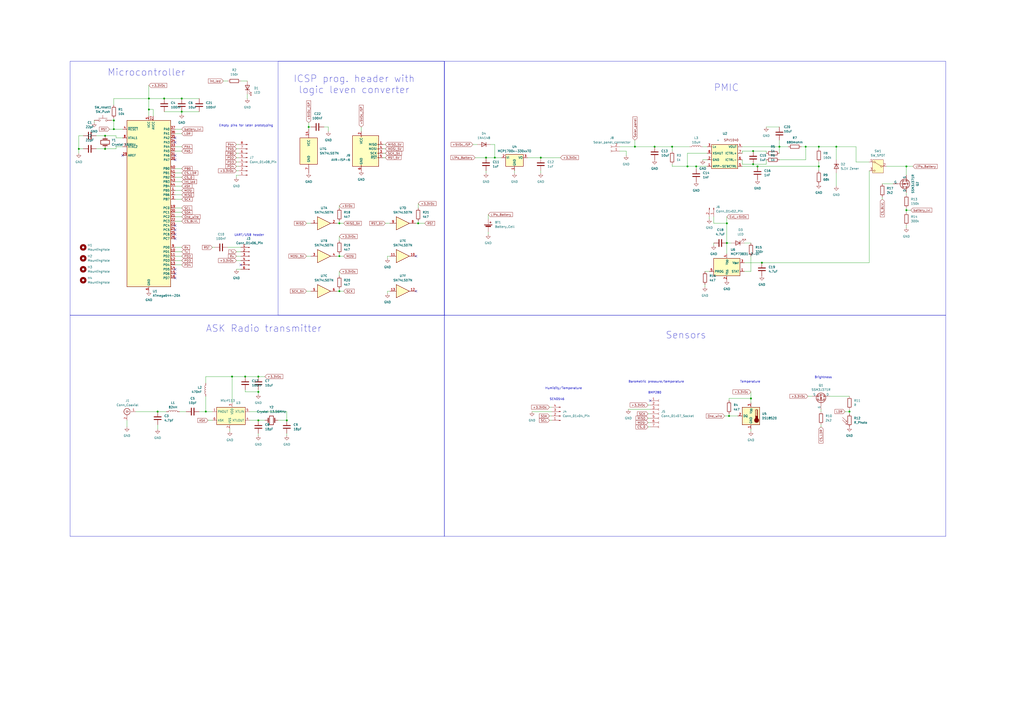
<source format=kicad_sch>
(kicad_sch (version 20231120) (generator "eeschema") (generator_version "8.0")
  (paper "A2")
  (title_block (date "2024-11-11") (company "Axel Söderberg"))
  (junction (at 119.38 238.76))
  (junction (at 313.69 91.44))
  (junction (at 287.02 91.44))
  (junction (at 134.62 218.44))
  (junction (at 149.86 227.33))
  (junction (at 435.61 231.14))
  (junction (at 403.86 96.52))
  (junction (at 492.76 238.76))
  (junction (at 422.91 241.3))
  (junction (at 379.73 85.09))
  (junction (at 60.96 86.36))
  (junction (at 436.88 95.25))
  (junction (at 421.64 140.97))
  (junction (at 525.78 96.52))
  (junction (at 196.85 168.91))
  (junction (at 45.72 86.36))
  (junction (at 166.37 243.84))
  (junction (at 86.36 63.5))
  (junction (at 474.98 96.52))
  (junction (at 421.64 129.54))
  (junction (at 95.25 57.15))
  (junction (at 452.12 85.09))
  (junction (at 467.36 85.09))
  (junction (at 196.85 129.54))
  (junction (at 436.88 87.63))
  (junction (at 149.86 218.44))
  (junction (at 86.36 57.15))
  (junction (at 91.44 238.76))
  (junction (at 389.89 85.09))
  (junction (at 105.41 64.77))
  (junction (at 196.85 148.59))
  (junction (at 66.04 69.85))
  (junction (at 281.94 91.44))
  (junction (at 368.3 85.09))
  (junction (at 242.57 129.54))
  (junction (at 149.86 243.84))
  (junction (at 142.24 218.44))
  (junction (at 179.07 73.66))
  (junction (at 485.14 85.09))
  (junction (at 441.96 152.4))
  (junction (at 474.98 85.09))
  (junction (at 439.42 96.52))
  (junction (at 398.78 96.52))
  (junction (at 66.04 74.93))
  (junction (at 525.78 121.92))
  (junction (at 60.96 78.74))
  (junction (at 105.41 57.15))
  (no_connect (at 101.6 138.43))
  (no_connect (at 139.7 153.67))
  (no_connect (at 101.6 130.81))
  (no_connect (at 241.3 168.91))
  (no_connect (at 101.6 135.89))
  (no_connect (at 241.3 148.59))
  (no_connect (at 71.12 90.17))
  (no_connect (at 101.6 156.21))
  (no_connect (at 377.19 232.41))
  (no_connect (at 101.6 161.29))
  (no_connect (at 101.6 82.55))
  (no_connect (at 101.6 80.01))
  (no_connect (at 101.6 90.17))
  (no_connect (at 101.6 158.75))
  (no_connect (at 101.6 133.35))
  (no_connect (at 101.6 92.71))
  (wire (pts (xy 242.57 129.54) (xy 246.38 129.54)))
  (wire (pts (xy 101.6 151.13) (xy 105.41 151.13)))
  (wire (pts (xy 115.57 238.76) (xy 119.38 238.76)))
  (wire (pts (xy 452.12 81.28) (xy 452.12 85.09)))
  (wire (pts (xy 359.41 85.09) (xy 368.3 85.09)))
  (wire (pts (xy 101.6 128.27) (xy 105.41 128.27)))
  (wire (pts (xy 66.04 57.15) (xy 86.36 57.15)))
  (wire (pts (xy 308.61 238.76) (xy 320.04 238.76)))
  (wire (pts (xy 105.41 64.77) (xy 115.57 64.77)))
  (wire (pts (xy 86.36 49.53) (xy 86.36 57.15)))
  (wire (pts (xy 129.54 46.99) (xy 132.08 46.99)))
  (wire (pts (xy 430.53 92.71) (xy 430.53 95.25)))
  (wire (pts (xy 45.72 78.74) (xy 48.26 78.74)))
  (wire (pts (xy 514.35 96.52) (xy 525.78 96.52)))
  (wire (pts (xy 177.8 168.91) (xy 180.34 168.91)))
  (wire (pts (xy 226.06 148.59) (xy 224.79 148.59)))
  (wire (pts (xy 105.41 143.51) (xy 101.6 143.51)))
  (wire (pts (xy 313.69 100.33) (xy 313.69 99.06)))
  (wire (pts (xy 436.88 87.63) (xy 444.5 87.63)))
  (wire (pts (xy 224.79 168.91) (xy 224.79 170.18)))
  (wire (pts (xy 284.48 83.82) (xy 287.02 83.82)))
  (wire (pts (xy 467.36 92.71) (xy 467.36 85.09)))
  (wire (pts (xy 430.53 85.09) (xy 452.12 85.09)))
  (wire (pts (xy 398.78 88.9) (xy 398.78 96.52)))
  (wire (pts (xy 430.53 88.9) (xy 430.53 87.63)))
  (wire (pts (xy 452.12 85.09) (xy 457.2 85.09)))
  (wire (pts (xy 468.63 229.87) (xy 471.17 229.87)))
  (wire (pts (xy 375.92 242.57) (xy 377.19 242.57)))
  (wire (pts (xy 379.73 85.09) (xy 389.89 85.09)))
  (wire (pts (xy 166.37 238.76) (xy 166.37 243.84)))
  (wire (pts (xy 119.38 218.44) (xy 134.62 218.44)))
  (wire (pts (xy 222.25 88.9) (xy 223.52 88.9)))
  (wire (pts (xy 123.19 143.51) (xy 124.46 143.51)))
  (wire (pts (xy 71.12 80.01) (xy 67.31 80.01)))
  (wire (pts (xy 209.55 73.66) (xy 209.55 76.2)))
  (wire (pts (xy 66.04 74.93) (xy 71.12 74.93)))
  (wire (pts (xy 105.41 110.49) (xy 101.6 110.49)))
  (wire (pts (xy 436.88 95.25) (xy 444.5 95.25)))
  (wire (pts (xy 441.96 152.4) (xy 504.19 152.4)))
  (wire (pts (xy 105.41 125.73) (xy 101.6 125.73)))
  (wire (pts (xy 414.02 125.73) (xy 414.02 129.54)))
  (wire (pts (xy 101.6 100.33) (xy 105.41 100.33)))
  (wire (pts (xy 410.21 92.71) (xy 407.67 92.71)))
  (wire (pts (xy 195.58 129.54) (xy 196.85 129.54)))
  (wire (pts (xy 137.16 148.59) (xy 139.7 148.59)))
  (wire (pts (xy 276.86 83.82) (xy 274.32 83.82)))
  (wire (pts (xy 398.78 96.52) (xy 403.86 96.52)))
  (wire (pts (xy 474.98 96.52) (xy 474.98 99.06)))
  (wire (pts (xy 137.16 91.44) (xy 138.43 91.44)))
  (wire (pts (xy 242.57 118.11) (xy 242.57 120.65)))
  (wire (pts (xy 60.96 78.74) (xy 67.31 78.74)))
  (wire (pts (xy 375.92 234.95) (xy 377.19 234.95)))
  (wire (pts (xy 101.6 120.65) (xy 105.41 120.65)))
  (wire (pts (xy 408.94 157.48) (xy 411.48 157.48)))
  (wire (pts (xy 64.77 69.85) (xy 66.04 69.85)))
  (wire (pts (xy 86.36 57.15) (xy 86.36 63.5)))
  (wire (pts (xy 137.16 96.52) (xy 138.43 96.52)))
  (wire (pts (xy 134.62 218.44) (xy 142.24 218.44)))
  (wire (pts (xy 105.41 57.15) (xy 115.57 57.15)))
  (wire (pts (xy 195.58 148.59) (xy 196.85 148.59)))
  (wire (pts (xy 101.6 97.79) (xy 105.41 97.79)))
  (wire (pts (xy 410.21 88.9) (xy 398.78 88.9)))
  (wire (pts (xy 275.59 91.44) (xy 281.94 91.44)))
  (wire (pts (xy 389.89 96.52) (xy 398.78 96.52)))
  (wire (pts (xy 439.42 96.52) (xy 474.98 96.52)))
  (wire (pts (xy 137.16 146.05) (xy 139.7 146.05)))
  (wire (pts (xy 86.36 63.5) (xy 86.36 67.31)))
  (wire (pts (xy 414.02 129.54) (xy 421.64 129.54)))
  (wire (pts (xy 525.78 111.76) (xy 525.78 113.03)))
  (wire (pts (xy 196.85 128.27) (xy 196.85 129.54)))
  (wire (pts (xy 318.77 243.84) (xy 320.04 243.84)))
  (wire (pts (xy 196.85 147.32) (xy 196.85 148.59)))
  (wire (pts (xy 133.35 250.19) (xy 133.35 248.92)))
  (wire (pts (xy 149.86 227.33) (xy 149.86 226.06)))
  (wire (pts (xy 511.81 106.68) (xy 518.16 106.68)))
  (wire (pts (xy 525.78 130.81) (xy 525.78 132.08)))
  (wire (pts (xy 67.31 85.09) (xy 71.12 85.09)))
  (wire (pts (xy 421.64 129.54) (xy 421.64 140.97)))
  (wire (pts (xy 195.58 168.91) (xy 196.85 168.91)))
  (wire (pts (xy 88.9 63.5) (xy 86.36 63.5)))
  (wire (pts (xy 132.08 143.51) (xy 139.7 143.51)))
  (wire (pts (xy 525.78 96.52) (xy 525.78 101.6)))
  (wire (pts (xy 364.49 237.49) (xy 377.19 237.49)))
  (wire (pts (xy 66.04 69.85) (xy 66.04 74.93)))
  (wire (pts (xy 403.86 96.52) (xy 410.21 96.52)))
  (wire (pts (xy 490.22 238.76) (xy 492.76 238.76)))
  (wire (pts (xy 476.25 237.49) (xy 476.25 238.76)))
  (wire (pts (xy 78.74 238.76) (xy 91.44 238.76)))
  (wire (pts (xy 144.78 243.84) (xy 149.86 243.84)))
  (wire (pts (xy 138.43 101.6) (xy 137.16 101.6)))
  (wire (pts (xy 149.86 218.44) (xy 153.67 218.44)))
  (wire (pts (xy 88.9 67.31) (xy 88.9 63.5)))
  (wire (pts (xy 430.53 96.52) (xy 439.42 96.52)))
  (wire (pts (xy 485.14 100.33) (xy 485.14 107.95)))
  (wire (pts (xy 119.38 218.44) (xy 119.38 222.25)))
  (wire (pts (xy 67.31 86.36) (xy 67.31 85.09)))
  (wire (pts (xy 187.96 73.66) (xy 190.5 73.66)))
  (wire (pts (xy 368.3 81.28) (xy 368.3 85.09)))
  (wire (pts (xy 137.16 88.9) (xy 138.43 88.9)))
  (wire (pts (xy 452.12 92.71) (xy 467.36 92.71)))
  (wire (pts (xy 474.98 93.98) (xy 474.98 96.52)))
  (wire (pts (xy 119.38 238.76) (xy 123.19 238.76)))
  (wire (pts (xy 242.57 128.27) (xy 242.57 129.54)))
  (wire (pts (xy 101.6 87.63) (xy 105.41 87.63)))
  (wire (pts (xy 359.41 87.63) (xy 363.22 87.63)))
  (wire (pts (xy 137.16 101.6) (xy 137.16 102.87)))
  (wire (pts (xy 241.3 129.54) (xy 242.57 129.54)))
  (wire (pts (xy 196.85 119.38) (xy 196.85 120.65)))
  (wire (pts (xy 101.6 107.95) (xy 105.41 107.95)))
  (wire (pts (xy 196.85 167.64) (xy 196.85 168.91)))
  (wire (pts (xy 389.89 87.63) (xy 389.89 85.09)))
  (wire (pts (xy 421.64 125.73) (xy 421.64 129.54)))
  (wire (pts (xy 525.78 121.92) (xy 525.78 123.19)))
  (wire (pts (xy 60.96 86.36) (xy 67.31 86.36)))
  (wire (pts (xy 422.91 231.14) (xy 422.91 232.41)))
  (wire (pts (xy 525.78 96.52) (xy 529.59 96.52)))
  (wire (pts (xy 67.31 80.01) (xy 67.31 78.74)))
  (wire (pts (xy 375.92 245.11) (xy 377.19 245.11)))
  (wire (pts (xy 104.14 238.76) (xy 107.95 238.76)))
  (wire (pts (xy 137.16 156.21) (xy 139.7 156.21)))
  (wire (pts (xy 45.72 78.74) (xy 45.72 86.36)))
  (wire (pts (xy 496.57 93.98) (xy 496.57 85.09)))
  (wire (pts (xy 474.98 85.09) (xy 485.14 85.09)))
  (wire (pts (xy 283.21 135.89) (xy 283.21 134.62)))
  (wire (pts (xy 105.41 105.41) (xy 101.6 105.41)))
  (wire (pts (xy 408.94 166.37) (xy 408.94 165.1)))
  (wire (pts (xy 224.79 148.59) (xy 224.79 149.86)))
  (wire (pts (xy 142.24 227.33) (xy 149.86 227.33)))
  (wire (pts (xy 137.16 151.13) (xy 139.7 151.13)))
  (wire (pts (xy 389.89 85.09) (xy 400.05 85.09)))
  (wire (pts (xy 66.04 57.15) (xy 66.04 60.96)))
  (wire (pts (xy 467.36 85.09) (xy 474.98 85.09)))
  (wire (pts (xy 318.77 236.22) (xy 320.04 236.22)))
  (wire (pts (xy 474.98 85.09) (xy 474.98 86.36)))
  (wire (pts (xy 430.53 95.25) (xy 436.88 95.25)))
  (wire (pts (xy 492.76 238.76) (xy 492.76 240.03)))
  (wire (pts (xy 298.45 100.33) (xy 298.45 99.06)))
  (wire (pts (xy 431.8 140.97) (xy 435.61 140.97)))
  (wire (pts (xy 287.02 91.44) (xy 290.83 91.44)))
  (wire (pts (xy 190.5 73.66) (xy 190.5 76.2)))
  (wire (pts (xy 435.61 227.33) (xy 435.61 231.14)))
  (wire (pts (xy 504.19 99.06) (xy 504.19 152.4)))
  (wire (pts (xy 196.85 157.48) (xy 196.85 160.02)))
  (wire (pts (xy 318.77 241.3) (xy 320.04 241.3)))
  (wire (pts (xy 452.12 88.9) (xy 452.12 85.09)))
  (wire (pts (xy 95.25 57.15) (xy 105.41 57.15)))
  (wire (pts (xy 179.07 73.66) (xy 180.34 73.66)))
  (wire (pts (xy 142.24 226.06) (xy 142.24 227.33)))
  (wire (pts (xy 91.44 238.76) (xy 96.52 238.76)))
  (wire (pts (xy 95.25 64.77) (xy 105.41 64.77)))
  (wire (pts (xy 45.72 86.36) (xy 45.72 88.9)))
  (wire (pts (xy 101.6 77.47) (xy 105.41 77.47)))
  (wire (pts (xy 149.86 228.6) (xy 149.86 227.33)))
  (wire (pts (xy 142.24 218.44) (xy 149.86 218.44)))
  (wire (pts (xy 137.16 99.06) (xy 138.43 99.06)))
  (wire (pts (xy 420.37 241.3) (xy 422.91 241.3)))
  (wire (pts (xy 105.41 74.93) (xy 101.6 74.93)))
  (wire (pts (xy 161.29 243.84) (xy 166.37 243.84)))
  (wire (pts (xy 120.65 243.84) (xy 123.19 243.84)))
  (wire (pts (xy 55.88 86.36) (xy 60.96 86.36)))
  (wire (pts (xy 444.5 95.25) (xy 444.5 92.71)))
  (wire (pts (xy 306.07 91.44) (xy 313.69 91.44)))
  (wire (pts (xy 431.8 152.4) (xy 441.96 152.4)))
  (wire (pts (xy 504.19 93.98) (xy 496.57 93.98)))
  (wire (pts (xy 368.3 85.09) (xy 379.73 85.09)))
  (wire (pts (xy 444.5 87.63) (xy 444.5 88.9)))
  (wire (pts (xy 407.67 85.09) (xy 410.21 85.09)))
  (wire (pts (xy 196.85 168.91) (xy 199.39 168.91)))
  (wire (pts (xy 281.94 91.44) (xy 287.02 91.44)))
  (wire (pts (xy 196.85 137.16) (xy 196.85 139.7)))
  (wire (pts (xy 137.16 83.82) (xy 138.43 83.82)))
  (wire (pts (xy 101.6 148.59) (xy 105.41 148.59)))
  (wire (pts (xy 281.94 100.33) (xy 281.94 99.06)))
  (wire (pts (xy 105.41 115.57) (xy 101.6 115.57)))
  (wire (pts (xy 86.36 57.15) (xy 95.25 57.15)))
  (wire (pts (xy 422.91 241.3) (xy 427.99 241.3)))
  (wire (pts (xy 363.22 87.63) (xy 363.22 90.17)))
  (wire (pts (xy 179.07 73.66) (xy 179.07 74.93)))
  (wire (pts (xy 139.7 46.99) (xy 143.51 46.99)))
  (wire (pts (xy 287.02 83.82) (xy 287.02 91.44)))
  (wire (pts (xy 435.61 250.19) (xy 435.61 248.92)))
  (wire (pts (xy 464.82 85.09) (xy 467.36 85.09)))
  (wire (pts (xy 105.41 123.19) (xy 101.6 123.19)))
  (wire (pts (xy 223.52 129.54) (xy 226.06 129.54)))
  (wire (pts (xy 45.72 86.36) (xy 48.26 86.36)))
  (wire (pts (xy 492.76 237.49) (xy 492.76 238.76)))
  (wire (pts (xy 105.41 66.04) (xy 105.41 64.77)))
  (wire (pts (xy 143.51 57.15) (xy 143.51 54.61)))
  (wire (pts (xy 91.44 246.38) (xy 91.44 248.92)))
  (wire (pts (xy 101.6 146.05) (xy 105.41 146.05)))
  (wire (pts (xy 430.53 87.63) (xy 436.88 87.63)))
  (wire (pts (xy 149.86 243.84) (xy 153.67 243.84)))
  (wire (pts (xy 105.41 102.87) (xy 101.6 102.87)))
  (wire (pts (xy 476.25 246.38) (xy 476.25 247.65)))
  (wire (pts (xy 54.61 69.85) (xy 54.61 71.12)))
  (wire (pts (xy 119.38 229.87) (xy 119.38 238.76)))
  (wire (pts (xy 421.64 140.97) (xy 424.18 140.97)))
  (wire (pts (xy 226.06 168.91) (xy 224.79 168.91)))
  (wire (pts (xy 313.69 91.44) (xy 325.12 91.44)))
  (wire (pts (xy 485.14 85.09) (xy 496.57 85.09)))
  (wire (pts (xy 389.89 95.25) (xy 389.89 96.52)))
  (wire (pts (xy 101.6 85.09) (xy 105.41 85.09)))
  (wire (pts (xy 179.07 71.12) (xy 179.07 73.66)))
  (wire (pts (xy 444.5 73.66) (xy 452.12 73.66)))
  (wire (pts (xy 134.62 218.44) (xy 134.62 233.68)))
  (wire (pts (xy 375.92 240.03) (xy 377.19 240.03)))
  (wire (pts (xy 63.5 74.93) (xy 66.04 74.93)))
  (wire (pts (xy 137.16 93.98) (xy 138.43 93.98)))
  (wire (pts (xy 223.52 83.82) (xy 222.25 83.82)))
  (wire (pts (xy 73.66 247.65) (xy 73.66 243.84)))
  (wire (pts (xy 485.14 85.09) (xy 485.14 92.71)))
  (wire (pts (xy 511.81 114.3) (xy 511.81 115.57)))
  (wire (pts (xy 137.16 86.36) (xy 138.43 86.36)))
  (wire (pts (xy 414.02 140.97) (xy 414.02 142.24)))
  (wire (pts (xy 435.61 231.14) (xy 435.61 233.68)))
  (wire (pts (xy 375.92 247.65) (xy 377.19 247.65)))
  (wire (pts (xy 481.33 229.87) (xy 492.76 229.87)))
  (wire (pts (xy 177.8 129.54) (xy 180.34 129.54)))
  (wire (pts (xy 525.78 121.92) (xy 528.32 121.92)))
  (wire (pts (xy 166.37 252.73) (xy 166.37 251.46)))
  (wire (pts (xy 55.88 78.74) (xy 60.96 78.74)))
  (wire (pts (xy 196.85 148.59) (xy 199.39 148.59)))
  (wire (pts (xy 411.48 127) (xy 411.48 125.73)))
  (wire (pts (xy 421.64 140.97) (xy 421.64 147.32)))
  (wire (pts (xy 196.85 129.54) (xy 199.39 129.54)))
  (wire (pts (xy 101.6 153.67) (xy 105.41 153.67)))
  (wire (pts (xy 149.86 252.73) (xy 149.86 251.46)))
  (wire (pts (xy 177.8 148.59) (xy 180.34 148.59)))
  (wire (pts (xy 283.21 124.46) (xy 283.21 127)))
  (wire (pts (xy 525.78 120.65) (xy 525.78 121.92)))
  (wire (pts (xy 435.61 148.59) (xy 435.61 157.48)))
  (wire (pts (xy 403.86 96.52) (xy 403.86 97.79)))
  (wire (pts (xy 222.25 86.36) (xy 223.52 86.36)))
  (wire (pts (xy 422.91 231.14) (xy 435.61 231.14)))
  (wire (pts (xy 435.61 157.48) (xy 431.8 157.48)))
  (wire (pts (xy 105.41 113.03) (xy 101.6 113.03)))
  (wire (pts (xy 66.04 68.58) (xy 66.04 69.85)))
  (wire (pts (xy 222.25 91.44) (xy 223.52 91.44)))
  (wire (pts (xy 144.78 238.76) (xy 166.37 238.76)))
  (wire (pts (xy 422.91 240.03) (xy 422.91 241.3)))
  (rectangle (start 40.64 35.56) (end 257.81 182.88))
  (rectangle (start 161.29 35.56) (end 257.81 182.88))
  (rectangle (start 257.81 182.88) (end 548.64 311.15))
  (rectangle (start 40.64 182.88) (end 257.81 311.15))
  (rectangle (start 257.81 35.56) (end 548.64 182.88))
  (text "Temperature" (at 429.26 222.25 0) (effects (font (size 1.27 1.27)) (justify left bottom)))
  (text "Empty pins for later prototyping" (at 127 73.66 0) (effects (font (size 1.27 1.27)) (justify left bottom)))
  (text "UART/USB header" (at 135.89 137.16 0) (effects (font (size 1.27 1.27)) (justify left bottom)))
  (text "Microcontroller" (at 62.23 44.45 0) (effects (font (size 4 4)) (justify left bottom)))
  (text "Humidity/Temperature" (at 316.23 226.06 0) (effects (font (size 1.27 1.27)) (justify left bottom)))
  (text "PMIC" (at 414.02 53.34 0) (effects (font (size 4 4)) (justify left bottom)))
  (text "Barometric pressure/temperature" (at 364.49 222.25 0) (effects (font (size 1.27 1.27)) (justify left bottom)))
  (text "BMP280\n" (at 375.92 228.6 0) (effects (font (size 1.27 1.27)) (justify left bottom)))
  (text "ICSP prog. header with\n logic leven converter" (at 170.18 54.61 0) (effects (font (size 4 4)) (justify left bottom)))
  (text "ASK Radio transmitter" (at 119.38 193.04 0) (effects (font (size 4 4)) (justify left bottom)))
  (text "SEN0546" (at 318.77 232.41 0) (effects (font (size 1.27 1.27)) (justify left bottom)))
  (text "Brightness" (at 472.44 219.71 0) (effects (font (size 1.27 1.27)) (justify left bottom)))
  (text "Sensors" (at 386.08 196.85 0) (effects (font (size 4 4)) (justify left bottom)))
  (global_label "MISO" (shape input) (at 177.8 129.54 180) (property "Intersheetrefs" "${INTERSHEET_REFS}" (effects (hide yes))))
  (global_label "SCK_5V" (shape input) (at 177.8 168.91 180) (property "Intersheetrefs" "${INTERSHEET_REFS}" (effects (hide yes))))
  (global_label "Rx" (shape input) (at 137.16 148.59 180) (property "Intersheetrefs" "${INTERSHEET_REFS}" (effects (hide yes))))
  (global_label "PB0" (shape input) (at 105.41 97.79 0) (property "Intersheetrefs" "${INTERSHEET_REFS}" (effects (hide yes))))
  (global_label "CS_LDR" (shape input) (at 105.41 100.33 0) (property "Intersheetrefs" "${INTERSHEET_REFS}" (effects (hide yes))))
  (global_label "PB0" (shape input) (at 137.16 88.9 180) (property "Intersheetrefs" "${INTERSHEET_REFS}" (effects (hide yes))))
  (global_label "LDR" (shape input) (at 490.22 238.76 180) (property "Intersheetrefs" "${INTERSHEET_REFS}" (effects (hide yes))))
  (global_label "SCK_5V" (shape input) (at 223.52 88.9 0) (property "Intersheetrefs" "${INTERSHEET_REFS}" (effects (hide yes))))
  (global_label "MOSI" (shape input) (at 105.41 110.49 0) (property "Intersheetrefs" "${INTERSHEET_REFS}" (effects (hide yes))))
  (global_label "SCL" (shape input) (at 318.77 243.84 180) (property "Intersheetrefs" "${INTERSHEET_REFS}" (effects (hide yes))))
  (global_label "ASK" (shape input) (at 105.41 107.95 0) (property "Intersheetrefs" "${INTERSHEET_REFS}" (effects (hide yes))))
  (global_label "MOSI_5V" (shape input) (at 177.8 148.59 180) (property "Intersheetrefs" "${INTERSHEET_REFS}" (effects (hide yes))))
  (global_label "Ext_+5VDc" (shape input) (at 421.64 125.73 0) (property "Intersheetrefs" "${INTERSHEET_REFS}" (effects (hide yes))))
  (global_label "+3.3VDc" (shape input) (at 196.85 137.16 0) (property "Intersheetrefs" "${INTERSHEET_REFS}" (effects (hide yes))))
  (global_label "+3.3VDc" (shape input) (at 242.57 118.11 0) (property "Intersheetrefs" "${INTERSHEET_REFS}" (effects (hide yes))))
  (global_label "MOSI" (shape input) (at 199.39 148.59 0) (property "Intersheetrefs" "${INTERSHEET_REFS}" (effects (hide yes))))
  (global_label "PA5" (shape input) (at 137.16 86.36 180) (property "Intersheetrefs" "${INTERSHEET_REFS}" (effects (hide yes))))
  (global_label "One_wire" (shape input) (at 420.37 241.3 180) (property "Intersheetrefs" "${INTERSHEET_REFS}" (effects (hide yes))))
  (global_label "PA4" (shape input) (at 137.16 83.82 180) (property "Intersheetrefs" "${INTERSHEET_REFS}" (effects (hide yes))))
  (global_label "LiPo_Battery" (shape input) (at 275.59 91.44 180) (property "Intersheetrefs" "${INTERSHEET_REFS}" (effects (hide yes))))
  (global_label "MOSI_5V" (shape input) (at 223.52 86.36 0) (property "Intersheetrefs" "${INTERSHEET_REFS}" (effects (hide yes))))
  (global_label "+3.3VDc" (shape input) (at 325.12 91.44 0) (property "Intersheetrefs" "${INTERSHEET_REFS}" (effects (hide yes))))
  (global_label "ASK" (shape input) (at 120.65 243.84 180) (property "Intersheetrefs" "${INTERSHEET_REFS}" (effects (hide yes))))
  (global_label "+5VDc_ISP" (shape input) (at 209.55 73.66 90) (property "Intersheetrefs" "${INTERSHEET_REFS}" (effects (hide yes))))
  (global_label "PD2" (shape input) (at 105.41 148.59 0) (property "Intersheetrefs" "${INTERSHEET_REFS}" (effects (hide yes))))
  (global_label "int_led" (shape input) (at 105.41 105.41 0) (property "Intersheetrefs" "${INTERSHEET_REFS}" (effects (hide yes))))
  (global_label "CS_LDR" (shape input) (at 476.25 247.65 270) (property "Intersheetrefs" "${INTERSHEET_REFS}" (effects (hide yes))))
  (global_label "+3.3VDc" (shape input) (at 137.16 99.06 180) (property "Intersheetrefs" "${INTERSHEET_REFS}" (effects (hide yes))))
  (global_label "+5VDc_ISP" (shape input) (at 274.32 83.82 180) (property "Intersheetrefs" "${INTERSHEET_REFS}" (effects (hide yes))))
  (global_label "PD2" (shape input) (at 137.16 91.44 180) (property "Intersheetrefs" "${INTERSHEET_REFS}" (effects (hide yes))))
  (global_label "PA4" (shape input) (at 105.41 85.09 0) (property "Intersheetrefs" "${INTERSHEET_REFS}" (effects (hide yes))))
  (global_label "+5VDc" (shape input) (at 196.85 119.38 0) (property "Intersheetrefs" "${INTERSHEET_REFS}" (effects (hide yes))))
  (global_label "PD4" (shape input) (at 105.41 153.67 0) (property "Intersheetrefs" "${INTERSHEET_REFS}" (effects (hide yes))))
  (global_label "Tx" (shape input) (at 137.16 146.05 180) (property "Intersheetrefs" "${INTERSHEET_REFS}" (effects (hide yes))))
  (global_label "RST" (shape input) (at 123.19 143.51 180) (property "Intersheetrefs" "${INTERSHEET_REFS}" (effects (hide yes))))
  (global_label "LiPo_Battery" (shape input) (at 529.59 96.52 0) (property "Intersheetrefs" "${INTERSHEET_REFS}" (effects (hide yes))))
  (global_label "PD4" (shape input) (at 137.16 96.52 180) (property "Intersheetrefs" "${INTERSHEET_REFS}" (effects (hide yes))))
  (global_label "MISO_5V" (shape input) (at 223.52 83.82 0) (property "Intersheetrefs" "${INTERSHEET_REFS}" (effects (hide yes))))
  (global_label "PD3" (shape input) (at 137.16 93.98 180) (property "Intersheetrefs" "${INTERSHEET_REFS}" (effects (hide yes))))
  (global_label "Solar_panel" (shape input) (at 368.3 81.28 90) (property "Intersheetrefs" "${INTERSHEET_REFS}" (effects (hide yes))))
  (global_label "+3.3VDc" (shape input) (at 375.92 234.95 180) (property "Intersheetrefs" "${INTERSHEET_REFS}" (effects (hide yes))))
  (global_label "SDA" (shape input) (at 318.77 241.3 180) (property "Intersheetrefs" "${INTERSHEET_REFS}" (effects (hide yes))))
  (global_label "+3.3VDc" (shape input) (at 196.85 157.48 0) (property "Intersheetrefs" "${INTERSHEET_REFS}" (effects (hide yes))))
  (global_label "RST_5V" (shape input) (at 223.52 129.54 180) (property "Intersheetrefs" "${INTERSHEET_REFS}" (effects (hide yes))))
  (global_label "SCL" (shape input) (at 105.41 120.65 0) (property "Intersheetrefs" "${INTERSHEET_REFS}" (effects (hide yes))))
  (global_label "PA5" (shape input) (at 105.41 87.63 0) (property "Intersheetrefs" "${INTERSHEET_REFS}" (effects (hide yes))))
  (global_label "Tx" (shape input) (at 105.41 146.05 0) (property "Intersheetrefs" "${INTERSHEET_REFS}" (effects (hide yes))))
  (global_label "+5VDc_ISP" (shape input) (at 179.07 71.12 90) (property "Intersheetrefs" "${INTERSHEET_REFS}" (effects (hide yes))))
  (global_label "CS_0" (shape input) (at 375.92 247.65 180) (property "Intersheetrefs" "${INTERSHEET_REFS}" (effects (hide yes))))
  (global_label "battery_lvl" (shape input) (at 528.32 121.92 0) (property "Intersheetrefs" "${INTERSHEET_REFS}" (effects (hide yes))))
  (global_label "+3.3VDc" (shape input) (at 153.67 218.44 0) (property "Intersheetrefs" "${INTERSHEET_REFS}" (effects (hide yes))))
  (global_label "RST" (shape input) (at 63.5 74.93 180) (property "Intersheetrefs" "${INTERSHEET_REFS}" (effects (hide yes))))
  (global_label "+3.3VDc" (shape input) (at 468.63 229.87 180) (property "Intersheetrefs" "${INTERSHEET_REFS}" (effects (hide yes))))
  (global_label "+3.3VDc" (shape input) (at 318.77 236.22 180) (property "Intersheetrefs" "${INTERSHEET_REFS}" (effects (hide yes))))
  (global_label "RST" (shape input) (at 246.38 129.54 0) (property "Intersheetrefs" "${INTERSHEET_REFS}" (effects (hide yes))))
  (global_label "SCK" (shape input) (at 375.92 240.03 180) (property "Intersheetrefs" "${INTERSHEET_REFS}" (effects (hide yes))))
  (global_label "MOSI" (shape input) (at 375.92 245.11 180) (property "Intersheetrefs" "${INTERSHEET_REFS}" (effects (hide yes))))
  (global_label "CS_0" (shape input) (at 105.41 102.87 0) (property "Intersheetrefs" "${INTERSHEET_REFS}" (effects (hide yes))))
  (global_label "int_led" (shape input) (at 129.54 46.99 180) (property "Intersheetrefs" "${INTERSHEET_REFS}" (effects (hide yes))))
  (global_label "battery_lvl" (shape input) (at 105.41 74.93 0) (property "Intersheetrefs" "${INTERSHEET_REFS}" (effects (hide yes))))
  (global_label "CS_BLVL" (shape input) (at 105.41 128.27 0) (property "Intersheetrefs" "${INTERSHEET_REFS}" (effects (hide yes))))
  (global_label "LDR" (shape input) (at 105.41 77.47 0) (property "Intersheetrefs" "${INTERSHEET_REFS}" (effects (hide yes))))
  (global_label "SCK" (shape input) (at 105.41 115.57 0) (property "Intersheetrefs" "${INTERSHEET_REFS}" (effects (hide yes))))
  (global_label "+3.3VDc" (shape input) (at 137.16 151.13 180) (property "Intersheetrefs" "${INTERSHEET_REFS}" (effects (hide yes))))
  (global_label "MISO_5V" (shape input) (at 199.39 129.54 0) (property "Intersheetrefs" "${INTERSHEET_REFS}" (effects (hide yes))))
  (global_label "SCK" (shape input) (at 199.39 168.91 0) (property "Intersheetrefs" "${INTERSHEET_REFS}" (effects (hide yes))))
  (global_label "+3.3VDc" (shape input) (at 86.36 49.53 0) (property "Intersheetrefs" "${INTERSHEET_REFS}" (effects (hide yes))))
  (global_label "One_wire" (shape input) (at 105.41 125.73 0) (property "Intersheetrefs" "${INTERSHEET_REFS}" (effects (hide yes))))
  (global_label "+3.3VDc" (shape input) (at 435.61 227.33 180) (property "Intersheetrefs" "${INTERSHEET_REFS}" (effects (hide yes))))
  (global_label "SDA" (shape input) (at 105.41 123.19 0) (property "Intersheetrefs" "${INTERSHEET_REFS}" (effects (hide yes))))
  (global_label "Rx" (shape input) (at 105.41 143.51 0) (property "Intersheetrefs" "${INTERSHEET_REFS}" (effects (hide yes))))
  (global_label "MISO" (shape input) (at 105.41 113.03 0) (property "Intersheetrefs" "${INTERSHEET_REFS}" (effects (hide yes))))
  (global_label "PD3" (shape input) (at 105.41 151.13 0) (property "Intersheetrefs" "${INTERSHEET_REFS}" (effects (hide yes))))
  (global_label "RST_5V" (shape input) (at 223.52 91.44 0) (property "Intersheetrefs" "${INTERSHEET_REFS}" (effects (hide yes))))
  (global_label "MISO" (shape input) (at 375.92 242.57 180) (property "Intersheetrefs" "${INTERSHEET_REFS}" (effects (hide yes))))
  (global_label "LiPo_Battery" (shape input) (at 283.21 124.46 0) (property "Intersheetrefs" "${INTERSHEET_REFS}" (effects (hide yes))))
  (global_label "CS_BLVL" (shape input) (at 511.81 115.57 270) (property "Intersheetrefs" "${INTERSHEET_REFS}" (effects (hide yes))))
  (symbol (lib_id "74xx:SN74LS07N") (at 187.96 129.54 0) (unit 1)
    (property "Reference" "U7" (at 187.96 120.65 0))
    (property "Value" "SN74LS07N" (at 187.96 123.19 0))
    (property "Footprint" "Package_DIP:DIP-14_W7.62mm" (effects (hide yes)))
    (property "Datasheet" "www.ti.com/lit/ds/symlink/sn74ls07.pdf" (effects (hide yes)))
  )
  (symbol (lib_id "Sensor_Temperature:DS18S20") (at 435.61 241.3 0) (mirror y) (unit 1)
    (property "Reference" "U5" (at 441.96 240.03 0) (effects (justify right)))
    (property "Value" "DS18S20" (at 441.96 242.57 0) (effects (justify right)))
    (property "Footprint" "Package_TO_SOT_THT:TO-92_Inline" (effects (hide yes)))
    (property "Datasheet" "http://datasheets.maximintegrated.com/en/ds/DS18S20.pdf" (effects (hide yes)))
  )
  (symbol (lib_name "PMOS_1") (lib_id "Simulation_SPICE:PMOS") (at 476.25 232.41 270) (mirror x) (unit 1)
    (property "Reference" "Q1" (at 476.25 223.52 90))
    (property "Value" "SSM3J371R" (at 476.25 226.06 90))
    (property "Footprint" "Package_TO_SOT_SMD:SOT-23-3" (effects (hide yes)))
    (property "Datasheet" "https://ngspice.sourceforge.io/docs/ngspice-manual.pdf" (effects (hide yes)))
    (property "Sim.Device" "PMOS" (effects (hide yes)))
    (property "Sim.Type" "VDMOS" (effects (hide yes)))
    (property "Sim.Pins" "1=G 2=S 3=D" (effects (hide yes)))
  )
  (symbol (lib_id "Device:R") (at 422.91 236.22 0) (unit 1)
    (property "Reference" "R4" (at 425.45 234.95 0) (effects (justify left)))
    (property "Value" "4k7" (at 425.45 237.49 0) (effects (justify left)))
    (property "Footprint" "Resistor_SMD:R_0805_2012Metric_Pad1.20x1.40mm_HandSolder" (effects (hide yes)))
  )
  (symbol (lib_id "power:GND") (at 190.5 76.2 0) (unit 1)
    (property "Reference" "#PWR038" (effects (hide yes)))
    (property "Value" "GND" (at 190.5 81.28 0))
  )
  (symbol (lib_id "Weather-station-project-imported-compnents:SPV1040") (at 416.56 81.28 0) (unit 1)
    (property "Reference" "U2" (at 420.5586 77.47 0))
    (property "Value" "~" (at 416.56 81.28 0))
    (property "Footprint" "Package_SO:TSSOP-8_4.4x3mm_P0.65mm" (effects (hide yes)))
  )
  (symbol (lib_id "power:GND") (at 105.41 66.04 0) (unit 1)
    (property "Reference" "#PWR026" (effects (hide yes)))
    (property "Value" "GND" (at 105.41 71.12 0))
  )
  (symbol (lib_id "power:GND") (at 363.22 90.17 0) (unit 1)
    (property "Reference" "#PWR035" (effects (hide yes)))
    (property "Value" "GND" (at 363.22 95.25 0))
  )
  (symbol (lib_id "Device:C") (at 111.76 238.76 90) (unit 1)
    (property "Reference" "C5" (at 111.76 231.14 90))
    (property "Value" "10pF" (at 111.76 233.68 90))
    (property "Footprint" "Capacitor_SMD:C_0805_2012Metric_Pad1.18x1.45mm_HandSolder" (effects (hide yes)))
  )
  (symbol (lib_id "Device:D_Zener") (at 485.14 96.52 270) (unit 1)
    (property "Reference" "D2" (at 487.68 95.25 90) (effects (justify left)))
    (property "Value" "5.1V Zener" (at 487.68 97.79 90) (effects (justify left)))
    (property "Footprint" "Diode_THT:D_DO-35_SOD27_P7.62mm_Horizontal" (effects (hide yes)))
  )
  (symbol (lib_id "Device:R") (at 448.31 92.71 90) (unit 1)
    (property "Reference" "R6" (at 448.31 90.17 90))
    (property "Value" "1k" (at 448.31 92.71 90))
    (property "Footprint" "Resistor_SMD:R_0805_2012Metric_Pad1.20x1.40mm_HandSolder" (effects (hide yes)))
  )
  (symbol (lib_id "MCU_Microchip_ATmega:ATmega644-20A") (at 86.36 118.11 0) (unit 1)
    (property "Reference" "U1" (at 88.5541 168.91 0) (effects (justify left)))
    (property "Value" "ATmega644-20A" (at 88.5541 171.45 0) (effects (justify left)))
    (property "Footprint" "Package_QFP:TQFP-44_10x10mm_P0.8mm" (effects (hide yes)))
    (property "Datasheet" "http://ww1.microchip.com/downloads/en/DeviceDoc/doc2593.pdf" (effects (hide yes)))
  )
  (symbol (lib_id "Device:C") (at 452.12 77.47 0) (unit 1)
    (property "Reference" "C20" (at 454.66 73.66 0) (effects (justify left)))
    (property "Value" "10uF" (at 454.66 76.2 0) (effects (justify left)))
    (property "Footprint" "Capacitor_SMD:C_0805_2012Metric_Pad1.18x1.45mm_HandSolder" (effects (hide yes)))
  )
  (symbol (lib_id "Device:D") (at 280.67 83.82 180) (unit 1)
    (property "Reference" "D4" (at 280.67 77.47 0))
    (property "Value" "1N4148" (at 280.67 80.01 0))
    (property "Footprint" "Diode_THT:D_DO-35_SOD27_P7.62mm_Horizontal" (effects (hide yes)))
    (property "Sim.Device" "D" (effects (hide yes)))
    (property "Sim.Pins" "1=K 2=A" (effects (hide yes)))
  )
  (symbol (lib_id "Switch:SW_SPDT") (at 509.27 96.52 0) (mirror y) (unit 1)
    (property "Reference" "SW1" (at 509.27 87.63 0))
    (property "Value" "SW_SPDT" (at 509.27 90.17 0))
    (property "Footprint" "Button_Switch_THT:SW_CuK_JS202011CQN_DPDT_Straight" (effects (hide yes)))
  )
  (symbol (lib_id "Device:R") (at 435.61 144.78 0) (unit 1)
    (property "Reference" "R15" (at 438.15 143.51 0) (effects (justify left)))
    (property "Value" "330r" (at 438.15 146.05 0) (effects (justify left)))
    (property "Footprint" "Resistor_SMD:R_0805_2012Metric_Pad1.20x1.40mm_HandSolder" (effects (hide yes)))
  )
  (symbol (lib_id "Device:R") (at 511.81 110.49 0) (unit 1)
    (property "Reference" "R17" (at 514.35 109.22 0) (effects (justify left)))
    (property "Value" "2k2" (at 514.35 111.76 0) (effects (justify left)))
    (property "Footprint" "Resistor_SMD:R_0805_2012Metric_Pad1.20x1.40mm_HandSolder" (effects (hide yes)))
  )
  (symbol (lib_id "Device:C") (at 95.25 60.96 0) (unit 1)
    (property "Reference" "C4" (at 99.06 59.69 0) (effects (justify left)))
    (property "Value" "100nF" (at 99.06 62.23 0) (effects (justify left)))
    (property "Footprint" "Capacitor_SMD:C_0805_2012Metric_Pad1.18x1.45mm_HandSolder" (effects (hide yes)))
  )
  (symbol (lib_id "power:GND") (at 403.86 105.41 0) (unit 1)
    (property "Reference" "#PWR015" (effects (hide yes)))
    (property "Value" "GND" (at 403.86 110.49 0))
  )
  (symbol (lib_id "Device:R") (at 196.85 143.51 0) (unit 1)
    (property "Reference" "R19" (at 199.39 142.24 0) (effects (justify left)))
    (property "Value" "4k7" (at 199.39 144.78 0) (effects (justify left)))
    (property "Footprint" "Resistor_SMD:R_0805_2012Metric_Pad1.20x1.40mm_HandSolder" (effects (hide yes)))
  )
  (symbol (lib_id "Device:C") (at 417.83 140.97 270) (unit 1)
    (property "Reference" "C18" (at 417.83 133.35 90))
    (property "Value" "4.7uF" (at 417.83 135.89 90))
    (property "Footprint" "Capacitor_SMD:C_1206_3216Metric_Pad1.33x1.80mm_HandSolder" (effects (hide yes)))
  )
  (symbol (lib_id "power:GND") (at 411.48 127 0) (unit 1)
    (property "Reference" "#PWR030" (effects (hide yes)))
    (property "Value" "GND" (at 411.48 132.08 0))
  )
  (symbol (lib_id "power:GND") (at 313.69 100.33 0) (unit 1)
    (property "Reference" "#PWR016" (effects (hide yes)))
    (property "Value" "GND" (at 313.69 105.41 0))
  )
  (symbol (lib_id "Device:C") (at 149.86 222.25 0) (unit 1)
    (property "Reference" "C7" (at 153.67 220.98 0) (effects (justify left)))
    (property "Value" "10uF" (at 153.67 223.52 0) (effects (justify left)))
    (property "Footprint" "Capacitor_SMD:C_0805_2012Metric_Pad1.18x1.45mm_HandSolder" (effects (hide yes)))
  )
  (symbol (lib_id "power:GND") (at 283.21 135.89 0) (unit 1)
    (property "Reference" "#PWR034" (effects (hide yes)))
    (property "Value" "GND" (at 283.21 140.97 0))
  )
  (symbol (lib_id "Device:C") (at 441.96 156.21 0) (unit 1)
    (property "Reference" "C19" (at 445.77 154.94 0) (effects (justify left)))
    (property "Value" "4.7uF" (at 445.77 157.48 0) (effects (justify left)))
    (property "Footprint" "Capacitor_SMD:C_1206_3216Metric_Pad1.33x1.80mm_HandSolder" (effects (hide yes)))
  )
  (symbol (lib_id "Device:L") (at 119.38 226.06 0) (mirror y) (unit 1)
    (property "Reference" "L2" (at 117.1377 224.79 0) (effects (justify left)))
    (property "Value" "470nF" (at 117.1377 227.33 0) (effects (justify left)))
    (property "Footprint" "Inductor_SMD:L_0805_2012Metric_Pad1.15x1.40mm_HandSolder" (effects (hide yes)))
  )
  (symbol (lib_id "power:GND") (at 133.35 250.19 0) (unit 1)
    (property "Reference" "#PWR03" (effects (hide yes)))
    (property "Value" "GND" (at 133.35 255.27 0))
  )
  (symbol (lib_id "power:GND") (at 137.16 102.87 0) (unit 1)
    (property "Reference" "#PWR036" (effects (hide yes)))
    (property "Value" "GND" (at 137.16 107.95 0))
  )
  (symbol (lib_id "power:GND") (at 414.02 142.24 0) (unit 1)
    (property "Reference" "#PWR031" (effects (hide yes)))
    (property "Value" "GND" (at 414.02 147.32 0))
  )
  (symbol (lib_id "Device:C") (at 379.73 88.9 0) (unit 1)
    (property "Reference" "C13" (at 383.54 87.63 0) (effects (justify left)))
    (property "Value" "10uF" (at 383.54 90.17 0) (effects (justify left)))
    (property "Footprint" "Capacitor_SMD:C_0805_2012Metric_Pad1.18x1.45mm_HandSolder" (effects (hide yes)))
  )
  (symbol (lib_id "Switch:SW_Push") (at 59.69 69.85 0) (unit 1)
    (property "Reference" "SW_reset1" (at 59.69 62.23 0))
    (property "Value" "SW_Push" (at 59.69 64.77 0))
    (property "Footprint" "Button_Switch_SMD:SW_SPST_TL3305A" (effects (hide yes)))
  )
  (symbol (lib_id "power:GND") (at 298.45 100.33 0) (unit 1)
    (property "Reference" "#PWR017" (effects (hide yes)))
    (property "Value" "GND" (at 298.45 105.41 0))
  )
  (symbol (lib_id "Device:R") (at 461.01 85.09 90) (unit 1)
    (property "Reference" "R7" (at 461.01 80.01 90))
    (property "Value" "680mohm" (at 461.01 82.55 90))
    (property "Footprint" "Resistor_SMD:R_0805_2012Metric_Pad1.20x1.40mm_HandSolder" (effects (hide yes)))
  )
  (symbol (lib_id "Device:R") (at 492.76 233.68 0) (unit 1)
    (property "Reference" "R11" (at 495.3 232.41 0) (effects (justify left)))
    (property "Value" "R" (at 495.3 234.95 0) (effects (justify left)))
    (property "Footprint" "Resistor_SMD:R_0805_2012Metric_Pad1.20x1.40mm_HandSolder" (effects (hide yes)))
  )
  (symbol (lib_id "Device:R_Photo") (at 492.76 243.84 0) (unit 1)
    (property "Reference" "R12" (at 495.3 242.57 0) (effects (justify left)))
    (property "Value" "R_Photo" (at 495.3 245.11 0) (effects (justify left)))
    (property "Footprint" "Resistor_THT:R_Axial_DIN0204_L3.6mm_D1.6mm_P2.54mm_Vertical" (effects (hide yes)))
  )
  (symbol (lib_id "Connector:Conn_01x07_Socket") (at 382.27 240.03 0) (unit 1)
    (property "Reference" "J5" (at 383.54 238.76 0) (effects (justify left)))
    (property "Value" "Conn_01x07_Socket" (at 383.54 241.3 0) (effects (justify left)))
    (property "Footprint" "Connector_PinSocket_2.54mm:PinSocket_1x07_P2.54mm_Vertical" (effects (hide yes)))
  )
  (symbol (lib_id "Device:R") (at 66.04 64.77 0) (unit 1)
    (property "Reference" "R1" (at 68.58 63.5 0) (effects (justify left)))
    (property "Value" "10k" (at 68.58 66.04 0) (effects (justify left)))
    (property "Footprint" "Resistor_SMD:R_0805_2012Metric_Pad1.20x1.40mm_HandSolder" (effects (hide yes)))
  )
  (symbol (lib_id "power:GND") (at 45.72 88.9 0) (unit 1)
    (property "Reference" "#PWR02" (effects (hide yes)))
    (property "Value" "GND" (at 45.72 93.98 0))
  )
  (symbol (lib_id "power:GND") (at 91.44 248.92 0) (unit 1)
    (property "Reference" "#PWR05" (effects (hide yes)))
    (property "Value" "GND" (at 91.44 254 0))
  )
  (symbol (lib_id "power:GND") (at 209.55 99.06 0) (unit 1)
    (property "Reference" "#PWR039" (effects (hide yes)))
    (property "Value" "GND" (at 209.55 104.14 0))
  )
  (symbol (lib_id "Device:R") (at 525.78 116.84 0) (unit 1)
    (property "Reference" "R13" (at 528.32 115.57 0) (effects (justify left)))
    (property "Value" "150k" (at 528.32 118.11 0) (effects (justify left)))
    (property "Footprint" "Resistor_SMD:R_0805_2012Metric_Pad1.20x1.40mm_HandSolder" (effects (hide yes)))
  )
  (symbol (lib_id "Device:L") (at 403.86 85.09 90) (unit 1)
    (property "Reference" "L3" (at 403.86 80.01 90))
    (property "Value" "10uH" (at 403.86 82.55 90))
    (property "Footprint" "inductor_footprint:WE-PD2_1054" (effects (hide yes)))
  )
  (symbol (lib_id "power:GND") (at 149.86 252.73 0) (unit 1)
    (property "Reference" "#PWR08" (effects (hide yes)))
    (property "Value" "GND" (at 149.86 257.81 0))
  )
  (symbol (lib_id "power:GND") (at 379.73 92.71 0) (unit 1)
    (property "Reference" "#PWR010" (effects (hide yes)))
    (property "Value" "GND" (at 379.73 97.79 0))
  )
  (symbol (lib_id "Mechanical:MountingHole") (at 48.26 156.21 0) (unit 1)
    (property "Reference" "H3" (at 50.8 154.94 0) (effects (justify left)))
    (property "Value" "MountingHole" (at 50.8 157.48 0) (effects (justify left)))
    (property "Footprint" "MountingHole:MountingHole_2.2mm_M2" (effects (hide yes)))
  )
  (symbol (lib_id "Device:R") (at 196.85 124.46 0) (unit 1)
    (property "Reference" "R18" (at 199.39 123.19 0) (effects (justify left)))
    (property "Value" "4k7" (at 199.39 125.73 0) (effects (justify left)))
    (property "Footprint" "Resistor_SMD:R_0805_2012Metric_Pad1.20x1.40mm_HandSolder" (effects (hide yes)))
  )
  (symbol (lib_id "Device:R") (at 525.78 127 0) (unit 1)
    (property "Reference" "R14" (at 528.32 125.73 0) (effects (justify left)))
    (property "Value" "300k" (at 528.32 128.27 0) (effects (justify left)))
    (property "Footprint" "Resistor_SMD:R_0805_2012Metric_Pad1.20x1.40mm_HandSolder" (effects (hide yes)))
  )
  (symbol (lib_id "Device:C") (at 52.07 86.36 90) (unit 1)
    (property "Reference" "C2" (at 52.07 78.74 90))
    (property "Value" "22pF" (at 52.07 81.28 90))
    (property "Footprint" "Capacitor_SMD:C_0805_2012Metric_Pad1.18x1.45mm_HandSolder" (effects (hide yes)))
  )
  (symbol (lib_id "power:GND") (at 435.61 250.19 0) (unit 1)
    (property "Reference" "#PWR027" (effects (hide yes)))
    (property "Value" "GND" (at 435.61 255.27 0))
  )
  (symbol (lib_id "Device:R") (at 389.89 91.44 180) (unit 1)
    (property "Reference" "R3" (at 392.43 90.17 0) (effects (justify right)))
    (property "Value" "1k" (at 392.43 92.71 0) (effects (justify right)))
    (property "Footprint" "Resistor_SMD:R_0805_2012Metric_Pad1.20x1.40mm_HandSolder" (effects (hide yes)))
  )
  (symbol (lib_id "power:GND") (at 224.79 170.18 0) (unit 1)
    (property "Reference" "#PWR041" (effects (hide yes)))
    (property "Value" "GND" (at 224.79 175.26 0))
  )
  (symbol (lib_id "Device:C") (at 91.44 242.57 0) (unit 1)
    (property "Reference" "C3" (at 95.25 241.3 0) (effects (justify left)))
    (property "Value" "4.7pF" (at 95.25 243.84 0) (effects (justify left)))
    (property "Footprint" "Capacitor_SMD:C_0805_2012Metric_Pad1.18x1.45mm_HandSolder" (effects (hide yes)))
  )
  (symbol (lib_id "Device:R") (at 408.94 161.29 0) (unit 1)
    (property "Reference" "R16" (at 411.48 160.02 0) (effects (justify left)))
    (property "Value" "4k7" (at 411.48 162.56 0) (effects (justify left)))
    (property "Footprint" "Resistor_SMD:R_0805_2012Metric_Pad1.20x1.40mm_HandSolder" (effects (hide yes)))
  )
  (symbol (lib_id "Device:C") (at 184.15 73.66 90) (unit 1)
    (property "Reference" "C22" (at 184.15 66.04 90))
    (property "Value" "100nF" (at 184.15 68.58 90))
    (property "Footprint" "Capacitor_SMD:C_0805_2012Metric_Pad1.18x1.45mm_HandSolder" (effects (hide yes)))
  )
  (symbol (lib_id "Device:LED") (at 143.51 50.8 90) (unit 1)
    (property "Reference" "D1" (at 147.32 51.1175 90) (effects (justify right)))
    (property "Value" "LED" (at 147.32 53.6575 90) (effects (justify right)))
    (property "Footprint" "LED_SMD:LED_0805_2012Metric_Pad1.15x1.40mm_HandSolder" (effects (hide yes)))
  )
  (symbol (lib_id "power:GND") (at 525.78 132.08 0) (unit 1)
    (property "Reference" "#PWR022" (effects (hide yes)))
    (property "Value" "GND" (at 525.78 137.16 0))
  )
  (symbol (lib_id "power:GND") (at 73.66 247.65 0) (unit 1)
    (property "Reference" "#PWR04" (effects (hide yes)))
    (property "Value" "GND" (at 73.66 252.73 0))
  )
  (symbol (lib_id "74xx:SN74LS07N") (at 187.96 148.59 0) (unit 2)
    (property "Reference" "U7" (at 187.96 139.7 0))
    (property "Value" "SN74LS07N" (at 187.96 142.24 0))
    (property "Footprint" "Package_DIP:DIP-14_W7.62mm" (effects (hide yes)))
    (property "Datasheet" "www.ti.com/lit/ds/symlink/sn74ls07.pdf" (effects (hide yes)))
  )
  (symbol (lib_id "Device:R") (at 474.98 90.17 180) (unit 1)
    (property "Reference" "R8" (at 477.52 88.9 0) (effects (justify right)))
    (property "Value" "160k" (at 477.52 91.44 0) (effects (justify right)))
    (property "Footprint" "Resistor_SMD:R_0805_2012Metric_Pad1.20x1.40mm_HandSolder" (effects (hide yes)))
  )
  (symbol (lib_id "Device:C") (at 115.57 60.96 0) (unit 1)
    (property "Reference" "C21" (at 119.38 59.69 0) (effects (justify left)))
    (property "Value" "100nF" (at 119.38 62.23 0) (effects (justify left)))
    (property "Footprint" "Capacitor_SMD:C_0805_2012Metric_Pad1.18x1.45mm_HandSolder" (effects (hide yes)))
  )
  (symbol (lib_id "Connector:Conn_01x04_Pin") (at 325.12 241.3 180) (unit 1)
    (property "Reference" "J4" (at 326.39 238.76 0) (effects (justify right)))
    (property "Value" "Conn_01x04_Pin" (at 326.39 241.3 0) (effects (justify right)))
    (property "Footprint" "Connector_PinHeader_2.54mm:PinHeader_1x04_P2.54mm_Vertical" (effects (hide yes)))
  )
  (symbol (lib_id "power:GND") (at 407.67 92.71 0) (unit 1)
    (property "Reference" "#PWR09" (effects (hide yes)))
    (property "Value" "GND" (at 407.67 97.79 0))
  )
  (symbol (lib_id "Device:C") (at 52.07 78.74 90) (unit 1)
    (property "Reference" "C1" (at 52.07 71.12 90))
    (property "Value" "22pF" (at 52.07 73.66 90))
    (property "Footprint" "Capacitor_SMD:C_0805_2012Metric_Pad1.18x1.45mm_HandSolder" (effects (hide yes)))
  )
  (symbol (lib_id "power:GND") (at 492.76 247.65 0) (unit 1)
    (property "Reference" "#PWR028" (effects (hide yes)))
    (property "Value" "GND" (at 492.76 252.73 0))
  )
  (symbol (lib_id "power:GND") (at 86.36 168.91 0) (unit 1)
    (property "Reference" "#PWR01" (effects (hide yes)))
    (property "Value" "GND" (at 86.36 173.99 0))
  )
  (symbol (lib_id "Connector:Conn_Coaxial") (at 73.66 238.76 0) (mirror y) (unit 1)
    (property "Reference" "J1" (at 73.9774 232.41 0))
    (property "Value" "Conn_Coaxial" (at 73.9774 234.95 0))
    (property "Footprint" "Connector_Coaxial:SMA_Amphenol_901-143_Horizontal" (effects (hide yes)))
    (property "Datasheet" " ~" (effects (hide yes)))
  )
  (symbol (lib_id "Device:C") (at 281.94 95.25 0) (unit 1)
    (property "Reference" "C11" (at 285.75 93.98 0) (effects (justify left)))
    (property "Value" "1uF" (at 285.75 96.52 0) (effects (justify left)))
    (property "Footprint" "Capacitor_SMD:C_0805_2012Metric_Pad1.18x1.45mm_HandSolder" (effects (hide yes)))
  )
  (symbol (lib_id "Mechanical:MountingHole") (at 48.26 143.51 0) (unit 1)
    (property "Reference" "H1" (at 50.8 142.24 0) (effects (justify left)))
    (property "Value" "MountingHole" (at 50.8 144.78 0) (effects (justify left)))
    (property "Footprint" "MountingHole:MountingHole_2.2mm_M2" (effects (hide yes)))
  )
  (symbol (lib_id "Mechanical:MountingHole") (at 48.26 149.86 0) (unit 1)
    (property "Reference" "H2" (at 50.8 148.59 0) (effects (justify left)))
    (property "Value" "MountingHole" (at 50.8 151.13 0) (effects (justify left)))
    (property "Footprint" "MountingHole:MountingHole_2.2mm_M2" (effects (hide yes)))
  )
  (symbol (lib_id "power:GND") (at 149.86 228.6 0) (unit 1)
    (property "Reference" "#PWR06" (effects (hide yes)))
    (property "Value" "GND" (at 149.86 233.68 0))
  )
  (symbol (lib_id "Device:C") (at 403.86 101.6 0) (unit 1)
    (property "Reference" "C14" (at 407.67 100.33 0) (effects (justify left)))
    (property "Value" "1nF" (at 407.67 102.87 0) (effects (justify left)))
    (property "Footprint" "Capacitor_SMD:C_0805_2012Metric_Pad1.18x1.45mm_HandSolder" (effects (hide yes)))
  )
  (symbol (lib_id "power:GND") (at 441.96 160.02 0) (unit 1)
    (property "Reference" "#PWR033" (effects (hide yes)))
    (property "Value" "GND" (at 441.96 165.1 0))
  )
  (symbol (lib_id "74xx:SN74LS07N") (at 233.68 148.59 0) (unit 5)
    (property "Reference" "U7" (at 233.68 139.7 0))
    (property "Value" "SN74LS07N" (at 233.68 142.24 0))
    (property "Footprint" "Package_DIP:DIP-14_W7.62mm" (effects (hide yes)))
    (property "Datasheet" "www.ti.com/lit/ds/symlink/sn74ls07.pdf" (effects (hide yes)))
  )
  (symbol (lib_id "Device:R") (at 474.98 102.87 180) (unit 1)
    (property "Reference" "R9" (at 477.52 101.6 0) (effects (justify right)))
    (property "Value" "68k" (at 477.52 104.14 0) (effects (justify right)))
    (property "Footprint" "Resistor_SMD:R_0805_2012Metric_Pad1.20x1.40mm_HandSolder" (effects (hide yes)))
  )
  (symbol (lib_id "Device:L") (at 100.33 238.76 90) (unit 1)
    (property "Reference" "L1" (at 100.33 233.68 90))
    (property "Value" "82nH" (at 100.33 236.22 90))
    (property "Footprint" "Inductor_SMD:L_0805_2012Metric_Pad1.15x1.40mm_HandSolder" (effects (hide yes)))
  )
  (symbol (lib_id "Connector:Conn_01x06_Pin") (at 144.78 148.59 0) (mirror y) (unit 1)
    (property "Reference" "J3" (at 144.145 138.43 0))
    (property "Value" "Conn_01x06_Pin" (at 144.78 140.97 0))
    (property "Footprint" "Connector_PinHeader_2.54mm:PinHeader_1x06_P2.54mm_Vertical" (effects (hide yes)))
  )
  (symbol (lib_id "Weather-station-project-imported-compnents:Micrf113") (at 133.35 222.25 0) (unit 1)
    (property "Reference" "U3" (at 136.8141 233.68 0) (effects (justify left)))
    (property "Value" "Micrf113" (at 132.08 232.41 0))
    (property "Footprint" "Package_TO_SOT_SMD:SOT-23-6_Handsoldering" (effects (hide yes)))
  )
  (symbol (lib_id "power:GND") (at 474.98 106.68 0) (unit 1)
    (property "Reference" "#PWR012" (effects (hide yes)))
    (property "Value" "GND" (at 474.98 111.76 0))
  )
  (symbol (lib_id "power:GND") (at 143.51 57.15 0) (unit 1)
    (property "Reference" "#PWR019" (effects (hide yes)))
    (property "Value" "GND" (at 143.51 62.23 0))
  )
  (symbol (lib_id "Connector:Conn_01x08_Pin") (at 143.51 93.98 180) (unit 1)
    (property "Reference" "J7" (at 144.78 91.44 0) (effects (justify right)))
    (property "Value" "Conn_01x08_Pin" (at 144.78 93.98 0) (effects (justify right)))
    (property "Footprint" "Connector_PinHeader_2.54mm:PinHeader_1x08_P2.54mm_Vertical" (effects (hide yes)))
  )
  (symbol (lib_name "PMOS_2") (lib_id "Simulation_SPICE:PMOS") (at 523.24 106.68 0) (mirror x) (unit 1)
    (property "Reference" "Q2" (at 532.13 106.68 90))
    (property "Value" "SSM3J371R" (at 529.59 106.68 90))
    (property "Footprint" "Package_TO_SOT_SMD:SOT-23-3" (effects (hide yes)))
    (property "Datasheet" "https://ngspice.sourceforge.io/docs/ngspice-manual.pdf" (effects (hide yes)))
    (property "Sim.Device" "PMOS" (effects (hide yes)))
    (property "Sim.Type" "VDMOS" (effects (hide yes)))
    (property "Sim.Pins" "1=G 2=S 3=D" (effects (hide yes)))
  )
  (symbol (lib_id "Device:C") (at 436.88 91.44 0) (unit 1)
    (property "Reference" "C15" (at 440.69 90.17 0) (effects (justify left)))
    (property "Value" "1uF" (at 440.69 92.71 0) (effects (justify left)))
    (property "Footprint" "Capacitor_SMD:C_0805_2012Metric_Pad1.18x1.45mm_HandSolder" (effects (hide yes)))
  )
  (symbol (lib_id "Mechanical:MountingHole") (at 48.26 162.56 0) (unit 1)
    (property "Reference" "H4" (at 50.8 161.29 0) (effects (justify left)))
    (property "Value" "MountingHole" (at 50.8 163.83 0) (effects (justify left)))
    (property "Footprint" "MountingHole:MountingHole_2.2mm_M2" (effects (hide yes)))
  )
  (symbol (lib_id "power:GND") (at 224.79 149.86 0) (unit 1)
    (property "Reference" "#PWR040" (effects (hide yes)))
    (property "Value" "GND" (at 224.79 154.94 0))
  )
  (symbol (lib_id "Device:R") (at 196.85 163.83 0) (unit 1)
    (property "Reference" "R20" (at 199.39 162.56 0) (effects (justify left)))
    (property "Value" "4k7" (at 199.39 165.1 0) (effects (justify left)))
    (property "Footprint" "Resistor_SMD:R_0805_2012Metric_Pad1.20x1.40mm_HandSolder" (effects (hide yes)))
  )
  (symbol (lib_id "power:GND") (at 54.61 71.12 0) (unit 1)
    (property "Reference" "#PWR020" (effects (hide yes)))
    (property "Value" "GND" (at 54.61 76.2 0))
  )
  (symbol (lib_id "Device:C") (at 439.42 100.33 0) (unit 1)
    (property "Reference" "C16" (at 443.23 99.06 0) (effects (justify left)))
    (property "Value" "1nF" (at 443.23 101.6 0) (effects (justify left)))
    (property "Footprint" "Capacitor_SMD:C_0805_2012Metric_Pad1.18x1.45mm_HandSolder" (effects (hide yes)))
  )
  (symbol (lib_id "Device:C") (at 128.27 143.51 90) (unit 1)
    (property "Reference" "C10" (at 128.27 135.89 90))
    (property "Value" "100nF" (at 128.27 138.43 90))
    (property "Footprint" "Capacitor_SMD:C_0805_2012Metric_Pad1.18x1.45mm_HandSolder" (effects (hide yes)))
  )
  (symbol (lib_id "Battery_Management:MCP73831-2-OT") (at 421.64 154.94 0) (unit 1)
    (property "Reference" "U6" (at 423.8341 144.78 0) (effects (justify left)))
    (property "Value" "MCP73831-2-OT" (at 423.8341 147.32 0) (effects (justify left)))
    (property "Footprint" "Package_TO_SOT_SMD:SOT-23-5" (effects (hide yes)))
    (property "Datasheet" "http://ww1.microchip.com/downloads/en/DeviceDoc/20001984g.pdf" (effects (hide yes)))
  )
  (symbol (lib_id "Device:R") (at 448.31 88.9 90) (unit 1)
    (property "Reference" "R5" (at 448.31 85.09 90))
    (property "Value" "1k" (at 448.31 87.63 90))
    (property "Footprint" "Resistor_SMD:R_0805_2012Metric_Pad1.20x1.40mm_HandSolder" (effects (hide yes)))
  )
  (symbol (lib_id "Device:R") (at 135.89 46.99 90) (unit 1)
    (property "Reference" "R2" (at 135.89 40.64 90))
    (property "Value" "150r" (at 135.89 43.18 90))
    (property "Footprint" "Resistor_SMD:R_0805_2012Metric_Pad1.20x1.40mm_HandSolder" (effects (hide yes)))
  )
  (symbol (lib_id "power:GND") (at 444.5 73.66 0) (unit 1)
    (property "Reference" "#PWR013" (effects (hide yes)))
    (property "Value" "GND" (at 444.5 78.74 0))
  )
  (symbol (lib_id "74xx:SN74LS07N") (at 179.07 87.63 0) (unit 7)
    (property "Reference" "U7" (at 185.42 86.36 0) (effects (justify left)))
    (property "Value" "SN74LS07N" (at 185.42 88.9 0) (effects (justify left)))
    (property "Footprint" "Package_DIP:DIP-14_W7.62mm" (effects (hide yes)))
    (property "Datasheet" "www.ti.com/lit/ds/symlink/sn74ls07.pdf" (effects (hide yes)))
  )
  (symbol (lib_id "74xx:SN74LS07N") (at 187.96 168.91 0) (unit 3)
    (property "Reference" "U7" (at 187.96 160.02 0))
    (property "Value" "SN74LS07N" (at 187.96 162.56 0))
    (property "Footprint" "Package_DIP:DIP-14_W7.62mm" (effects (hide yes)))
    (property "Datasheet" "www.ti.com/lit/ds/symlink/sn74ls07.pdf" (effects (hide yes)))
  )
  (symbol (lib_id "power:GND") (at 137.16 156.21 0) (unit 1)
    (property "Reference" "#PWR021" (effects (hide yes)))
    (property "Value" "GND" (at 137.16 161.29 0))
  )
  (symbol (lib_id "power:GND") (at 308.61 238.76 0) (unit 1)
    (property "Reference" "#PWR023" (effects (hide yes)))
    (property "Value" "GND" (at 308.61 243.84 0))
  )
  (symbol (lib_id "Device:Crystal") (at 60.96 82.55 90) (unit 1)
    (property "Reference" "Y1" (at 64.77 81.28 90) (effects (justify right)))
    (property "Value" "Crystal 16MHz" (at 64.77 83.82 90) (effects (justify right)))
    (property "Footprint" "Crystal:Crystal_HC49-U_Vertical" (effects (hide yes)))
  )
  (symbol (lib_id "power:GND") (at 281.94 100.33 0) (unit 1)
    (property "Reference" "#PWR018" (effects (hide yes)))
    (property "Value" "GND" (at 281.94 105.41 0))
  )
  (symbol (lib_id "Connector:Conn_01x02_Pin") (at 414.02 120.65 270) (unit 1)
    (property "Reference" "J6" (at 415.29 120.015 90) (effects (justify left)))
    (property "Value" "Conn_01x02_Pin" (at 415.29 122.555 90) (effects (justify left)))
    (property "Footprint" "Connector_PinHeader_2.54mm:PinHeader_1x02_P2.54mm_Vertical" (effects (hide yes)))
  )
  (symbol (lib_id "Device:Crystal") (at 157.48 243.84 0) (unit 1)
    (property "Reference" "Y2" (at 157.48 236.22 0))
    (property "Value" "Crystal 13.56MHz" (at 157.48 238.76 0))
    (property "Footprint" "Crystal:Crystal_HC49-U_Vertical" (effects (hide yes)))
  )
  (symbol (lib_id "power:GND") (at 421.64 162.56 0) (unit 1)
    (property "Reference" "#PWR029" (effects (hide yes)))
    (property "Value" "GND" (at 421.64 167.64 0))
  )
  (symbol (lib_id "74xx:SN74LS07N") (at 233.68 129.54 0) (unit 4)
    (property "Reference" "U7" (at 233.68 120.65 0))
    (property "Value" "SN74LS07N" (at 233.68 123.19 0))
    (property "Footprint" "Package_DIP:DIP-14_W7.62mm" (effects (hide yes)))
    (property "Datasheet" "www.ti.com/lit/ds/symlink/sn74ls07.pdf" (effects (hide yes)))
  )
  (symbol (lib_id "power:GND") (at 364.49 237.49 0) (unit 1)
    (property "Reference" "#PWR024" (effects (hide yes)))
    (property "Value" "GND" (at 364.49 242.57 0))
  )
  (symbol (lib_id "74xx:SN74LS07N") (at 233.68 168.91 0) (unit 6)
    (property "Reference" "U7" (at 233.68 160.02 0))
    (property "Value" "SN74LS07N" (at 233.68 162.56 0))
    (property "Footprint" "Package_DIP:DIP-14_W7.62mm" (effects (hide yes)))
    (property "Datasheet" "www.ti.com/lit/ds/symlink/sn74ls07.pdf" (effects (hide yes)))
  )
  (symbol (lib_id "Device:C") (at 142.24 222.25 180) (unit 1)
    (property "Reference" "C17" (at 146.05 220.98 0) (effects (justify right)))
    (property "Value" "100nF" (at 146.05 223.52 0) (effects (justify right)))
    (property "Footprint" "Capacitor_SMD:C_0805_2012Metric_Pad1.18x1.45mm_HandSolder" (effects (hide yes)))
  )
  (symbol (lib_id "power:GND") (at 179.07 100.33 0) (unit 1)
    (property "Reference" "#PWR037" (effects (hide yes)))
    (property "Value" "GND" (at 179.07 105.41 0))
  )
  (symbol (lib_id "power:GND") (at 408.94 166.37 0) (unit 1)
    (property "Reference" "#PWR032" (effects (hide yes)))
    (property "Value" "GND" (at 408.94 171.45 0))
  )
  (symbol (lib_id "power:GND") (at 166.37 252.73 0) (unit 1)
    (property "Reference" "#PWR07" (effects (hide yes)))
    (property "Value" "GND" (at 166.37 257.81 0))
  )
  (symbol (lib_id "Device:C") (at 149.86 247.65 0) (unit 1)
    (property "Reference" "C8" (at 153.67 246.38 0) (effects (justify left)))
    (property "Value" "18pF" (at 153.67 248.92 0) (effects (justify left)))
    (property "Footprint" "Capacitor_SMD:C_0805_2012Metric_Pad1.18x1.45mm_HandSolder" (effects (hide yes)))
  )
  (symbol (lib_id "Device:C") (at 313.69 95.25 0) (unit 1)
    (property "Reference" "C12" (at 317.5 93.98 0) (effects (justify left)))
    (property "Value" "1uF" (at 317.5 96.52 0) (effects (justify left)))
    (property "Footprint" "Capacitor_SMD:C_0805_2012Metric_Pad1.18x1.45mm_HandSolder" (effects (hide yes)))
  )
  (symbol (lib_id "Connector:Conn_01x02_Socket") (at 354.33 87.63 180) (unit 1)
    (property "Reference" "J8" (at 354.965 80.01 0))
    (property "Value" "Solar_panel_connector" (at 354.965 82.55 0))
    (property "Footprint" "Connector_PinHeader_2.54mm:PinHeader_1x02_P2.54mm_Vertical" (effects (hide yes)))
  )
  (symbol (lib_id "Device:R") (at 476.25 242.57 0) (unit 1)
    (property "Reference" "R10" (at 478.79 241.3 0) (effects (justify left)))
    (property "Value" "2k2" (at 478.79 243.84 0) (effects (justify left)))
    (property "Footprint" "Resistor_SMD:R_0805_2012Metric_Pad1.20x1.40mm_HandSolder" (effects (hide yes)))
  )
  (symbol (lib_id "Device:LED") (at 427.99 140.97 180) (unit 1)
    (property "Reference" "D3" (at 429.5775 133.35 0))
    (property "Value" "LED" (at 429.5775 135.89 0))
    (property "Footprint" "LED_SMD:LED_0805_2012Metric_Pad1.15x1.40mm_HandSolder" (effects (hide yes)))
  )
  (symbol (lib_id "Device:Battery_Cell") (at 283.21 132.08 0) (unit 1)
    (property "Reference" "BT1" (at 287.02 128.9685 0) (effects (justify left)))
    (property "Value" "Battery_Cell" (at 287.02 131.5085 0) (effects (justify left)))
    (property "Footprint" "Battery:BatteryHolder_MPD_BH-18650-PC2" (effects (hide yes)))
  )
  (symbol (lib_id "Regulator_Linear:MCP1700x-330xxTO") (at 298.45 91.44 0) (mirror x) (unit 1)
    (property "Reference" "U4" (at 298.45 85.09 0))
    (property "Value" "MCP1700x-330xxTO" (at 298.45 87.63 0))
    (property "Footprint" "Package_TO_SOT_THT:TO-92_Inline" (effects (hide yes)))
    (property "Datasheet" "http://ww1.microchip.com/downloads/en/DeviceDoc/20001826D.pdf" (effects (hide yes)))
  )
  (symbol (lib_id "Device:C") (at 166.37 247.65 0) (unit 1)
    (property "Reference" "C9" (at 170.18 246.38 0) (effects (justify left)))
    (property "Value" "18pF" (at 170.18 248.92 0) (effects (justify left)))
    (property "Footprint" "Capacitor_SMD:C_0805_2012Metric_Pad1.18x1.45mm_HandSolder" (effects (hide yes)))
  )
  (symbol (lib_id "Device:R") (at 242.57 124.46 0) (unit 1)
    (property "Reference" "R21" (at 245.11 123.19 0) (effects (justify left)))
    (property "Value" "4k7" (at 245.11 125.73 0) (effects (justify left)))
    (property "Footprint" "Resistor_SMD:R_0805_2012Metric_Pad1.20x1.40mm_HandSolder" (effects (hide yes)))
  )
  (symbol (lib_id "Connector:AVR-ISP-6") (at 212.09 88.9 0) (unit 1)
    (property "Reference" "J9" (at 203.2 90.17 0) (effects (justify right)))
    (property "Value" "AVR-ISP-6" (at 203.2 92.71 0) (effects (justify right)))
    (property "Footprint" "Connector_PinHeader_2.54mm:PinHeader_2x03_P2.54mm_Vertical" (effects (hide yes)))
    (property "Datasheet" " ~" (effects (hide yes)))
  )
  (symbol (lib_id "power:GND") (at 439.42 104.14 0) (unit 1)
    (property "Reference" "#PWR011" (effects (hide yes)))
    (property "Value" "GND" (at 439.42 109.22 0))
  )
  (symbol (lib_id "power:GND") (at 485.14 107.95 0) (unit 1)
    (property "Reference" "#PWR014" (effects (hide yes)))
    (property "Value" "GND" (at 485.14 113.03 0))
  )
  (symbol (lib_id "Device:C") (at 105.41 60.96 0) (unit 1)
    (property "Reference" "C6" (at 109.22 59.69 0) (effects (justify left)))
    (property "Value" "10uF" (at 109.22 62.23 0) (effects (justify left)))
    (property "Footprint" "Capacitor_SMD:C_0805_2012Metric_Pad1.18x1.45mm_HandSolder" (effects (hide yes)))
  )
)
</source>
